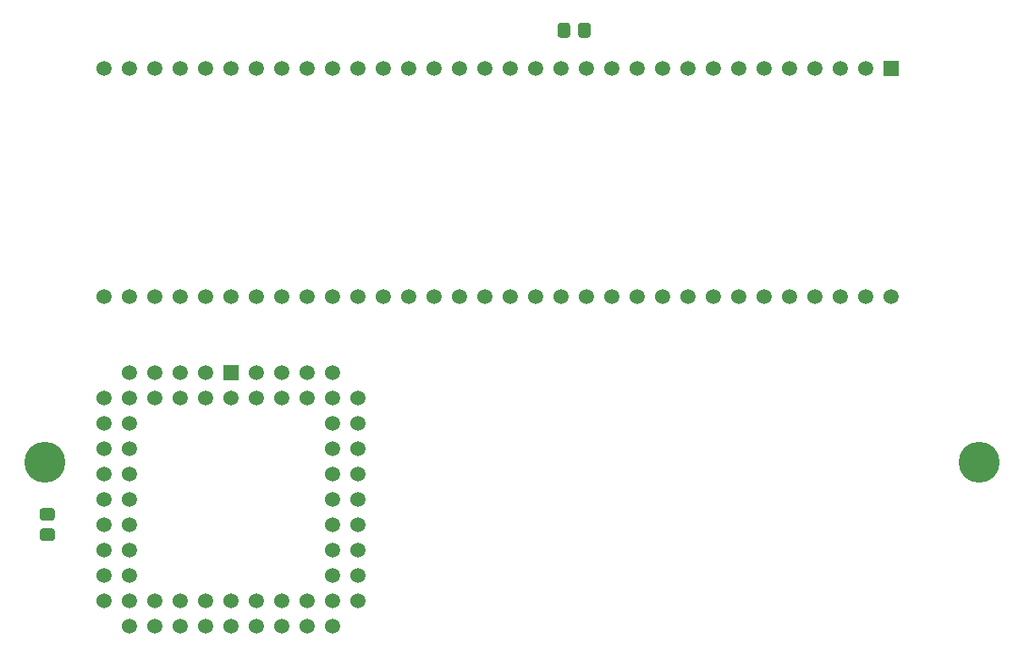
<source format=gbr>
%TF.GenerationSoftware,KiCad,Pcbnew,(5.1.6)-1*%
%TF.CreationDate,2020-12-02T16:58:09+00:00*%
%TF.ProjectId,A600 68k PLCC to DIP64 v2,41363030-2036-4386-9b20-504c43432074,1*%
%TF.SameCoordinates,Original*%
%TF.FileFunction,Soldermask,Top*%
%TF.FilePolarity,Negative*%
%FSLAX46Y46*%
G04 Gerber Fmt 4.6, Leading zero omitted, Abs format (unit mm)*
G04 Created by KiCad (PCBNEW (5.1.6)-1) date 2020-12-02 16:58:09*
%MOMM*%
%LPD*%
G01*
G04 APERTURE LIST*
%ADD10C,1.522400*%
%ADD11R,1.522400X1.522400*%
%ADD12C,0.800000*%
%ADD13C,4.100000*%
G04 APERTURE END LIST*
D10*
%TO.C,U1*%
X127000000Y-114300000D03*
X124460000Y-114300000D03*
X121920000Y-114300000D03*
X119380000Y-114300000D03*
X129540000Y-114300000D03*
X132080000Y-114300000D03*
X134620000Y-114300000D03*
X137160000Y-114300000D03*
D11*
X129540000Y-111760000D03*
D10*
X127000000Y-111760000D03*
X124460000Y-111760000D03*
X121920000Y-111760000D03*
X119380000Y-111760000D03*
X132080000Y-111760000D03*
X134620000Y-111760000D03*
X137160000Y-111760000D03*
X119380000Y-116840000D03*
X119380000Y-119380000D03*
X119380000Y-121920000D03*
X119380000Y-124460000D03*
X119380000Y-127000000D03*
X119380000Y-129540000D03*
X119380000Y-132080000D03*
X119380000Y-134620000D03*
X116840000Y-114300000D03*
X116840000Y-116840000D03*
X116840000Y-119380000D03*
X116840000Y-121920000D03*
X116840000Y-124460000D03*
X116840000Y-127000000D03*
X116840000Y-129540000D03*
X116840000Y-132080000D03*
X116840000Y-134620000D03*
X121920000Y-134620000D03*
X124460000Y-134620000D03*
X127000000Y-134620000D03*
X129540000Y-134620000D03*
X132080000Y-134620000D03*
X134620000Y-134620000D03*
X137160000Y-134620000D03*
X139700000Y-134620000D03*
X142240000Y-134620000D03*
X119380000Y-137160000D03*
X121920000Y-137160000D03*
X124460000Y-137160000D03*
X127000000Y-137160000D03*
X129540000Y-137160000D03*
X132080000Y-137160000D03*
X134620000Y-137160000D03*
X137160000Y-137160000D03*
X139700000Y-137160000D03*
X139700000Y-132080000D03*
X139700000Y-129540000D03*
X139700000Y-127000000D03*
X139700000Y-124460000D03*
X139700000Y-121920000D03*
X139700000Y-119380000D03*
X139700000Y-116840000D03*
X139700000Y-114300000D03*
X139700000Y-111760000D03*
X142240000Y-132080000D03*
X142240000Y-129540000D03*
X142240000Y-127000000D03*
X142240000Y-124460000D03*
X142240000Y-121920000D03*
X142240000Y-119380000D03*
X142240000Y-116840000D03*
X142240000Y-114300000D03*
%TD*%
%TO.C,U2*%
X195580000Y-104140000D03*
X116840000Y-81280000D03*
X193040000Y-104140000D03*
X119380000Y-81280000D03*
X190500000Y-104140000D03*
X121920000Y-81280000D03*
X187960000Y-104140000D03*
X124460000Y-81280000D03*
X185420000Y-104140000D03*
X127000000Y-81280000D03*
X182880000Y-104140000D03*
X129540000Y-81280000D03*
X180340000Y-104140000D03*
X132080000Y-81280000D03*
X177800000Y-104140000D03*
X134620000Y-81280000D03*
X175260000Y-104140000D03*
X137160000Y-81280000D03*
X172720000Y-104140000D03*
X139700000Y-81280000D03*
X170180000Y-104140000D03*
X142240000Y-81280000D03*
X167640000Y-104140000D03*
X144780000Y-81280000D03*
X165100000Y-104140000D03*
X147320000Y-81280000D03*
X162560000Y-104140000D03*
X149860000Y-81280000D03*
X160020000Y-104140000D03*
X152400000Y-81280000D03*
X157480000Y-104140000D03*
X154940000Y-81280000D03*
X154940000Y-104140000D03*
X157480000Y-81280000D03*
X152400000Y-104140000D03*
X160020000Y-81280000D03*
X149860000Y-104140000D03*
X162560000Y-81280000D03*
X147320000Y-104140000D03*
X165100000Y-81280000D03*
X144780000Y-104140000D03*
X167640000Y-81280000D03*
X142240000Y-104140000D03*
X170180000Y-81280000D03*
X139700000Y-104140000D03*
X172720000Y-81280000D03*
X137160000Y-104140000D03*
X175260000Y-81280000D03*
X134620000Y-104140000D03*
X177800000Y-81280000D03*
X132080000Y-104140000D03*
X180340000Y-81280000D03*
X129540000Y-104140000D03*
X182880000Y-81280000D03*
X127000000Y-104140000D03*
X185420000Y-81280000D03*
X124460000Y-104140000D03*
X187960000Y-81280000D03*
X121920000Y-104140000D03*
X190500000Y-81280000D03*
X119380000Y-104140000D03*
X193040000Y-81280000D03*
X116840000Y-104140000D03*
D11*
X195580000Y-81280000D03*
%TD*%
%TO.C,R1*%
G36*
G01*
X110646738Y-127400000D02*
X111603262Y-127400000D01*
G75*
G02*
X111875000Y-127671738I0J-271738D01*
G01*
X111875000Y-128378262D01*
G75*
G02*
X111603262Y-128650000I-271738J0D01*
G01*
X110646738Y-128650000D01*
G75*
G02*
X110375000Y-128378262I0J271738D01*
G01*
X110375000Y-127671738D01*
G75*
G02*
X110646738Y-127400000I271738J0D01*
G01*
G37*
G36*
G01*
X110646738Y-125350000D02*
X111603262Y-125350000D01*
G75*
G02*
X111875000Y-125621738I0J-271738D01*
G01*
X111875000Y-126328262D01*
G75*
G02*
X111603262Y-126600000I-271738J0D01*
G01*
X110646738Y-126600000D01*
G75*
G02*
X110375000Y-126328262I0J271738D01*
G01*
X110375000Y-125621738D01*
G75*
G02*
X110646738Y-125350000I271738J0D01*
G01*
G37*
%TD*%
%TO.C,R2*%
G36*
G01*
X164230000Y-77948262D02*
X164230000Y-76991738D01*
G75*
G02*
X164501738Y-76720000I271738J0D01*
G01*
X165208262Y-76720000D01*
G75*
G02*
X165480000Y-76991738I0J-271738D01*
G01*
X165480000Y-77948262D01*
G75*
G02*
X165208262Y-78220000I-271738J0D01*
G01*
X164501738Y-78220000D01*
G75*
G02*
X164230000Y-77948262I0J271738D01*
G01*
G37*
G36*
G01*
X162180000Y-77948262D02*
X162180000Y-76991738D01*
G75*
G02*
X162451738Y-76720000I271738J0D01*
G01*
X163158262Y-76720000D01*
G75*
G02*
X163430000Y-76991738I0J-271738D01*
G01*
X163430000Y-77948262D01*
G75*
G02*
X163158262Y-78220000I-271738J0D01*
G01*
X162451738Y-78220000D01*
G75*
G02*
X162180000Y-77948262I0J271738D01*
G01*
G37*
%TD*%
D12*
%TO.C,H1*%
X111941000Y-119669000D03*
X110880000Y-119230000D03*
X109819000Y-119669000D03*
X109380000Y-120730000D03*
X109819000Y-121791000D03*
X110880000Y-122230000D03*
X111941000Y-121791000D03*
X112380000Y-120730000D03*
D13*
X110880000Y-120730000D03*
%TD*%
D12*
%TO.C,H2*%
X205441000Y-119669000D03*
X204380000Y-119230000D03*
X203319000Y-119669000D03*
X202880000Y-120730000D03*
X203319000Y-121791000D03*
X204380000Y-122230000D03*
X205441000Y-121791000D03*
X205880000Y-120730000D03*
D13*
X204380000Y-120730000D03*
%TD*%
M02*

</source>
